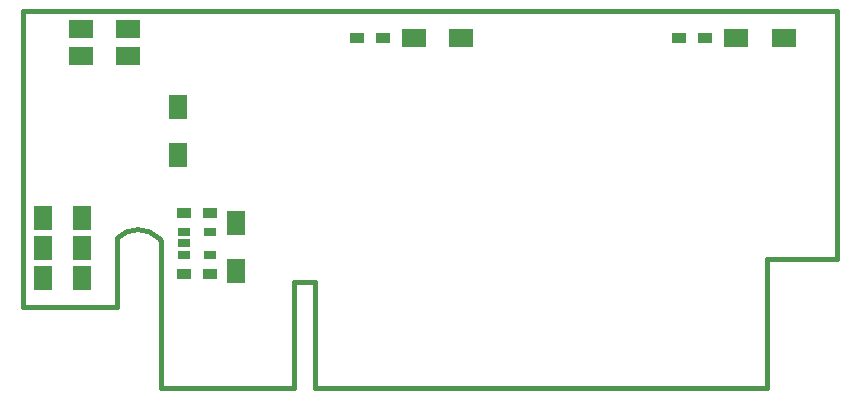
<source format=gtp>
G04 #@! TF.FileFunction,Paste,Top*
%FSLAX46Y46*%
G04 Gerber Fmt 4.6, Leading zero omitted, Abs format (unit mm)*
G04 Created by KiCad (PCBNEW 4.0.2+e4-6225~38~ubuntu14.04.1-stable) date Mon Aug  1 22:56:21 2016*
%MOMM*%
G01*
G04 APERTURE LIST*
%ADD10C,0.350000*%
%ADD11C,0.381000*%
%ADD12R,1.600000X2.000000*%
%ADD13R,1.200000X0.900000*%
%ADD14R,2.000000X1.600000*%
%ADD15R,1.060000X0.650000*%
%ADD16R,1.524000X2.032000*%
G04 APERTURE END LIST*
D10*
D11*
X20376000Y-9732000D02*
X18626000Y-9732000D01*
X18626000Y-9732000D02*
X18626000Y-18732000D01*
X20376000Y-18732000D02*
X20376000Y-9732000D01*
X7376000Y-6259360D02*
X7126000Y-6009360D01*
X7376000Y-6302060D02*
X7376000Y-18732000D01*
X-4374000Y13169900D02*
X-4374000Y-11832000D01*
X3601720Y-6070600D02*
X3601720Y-11832000D01*
X3548380Y-11832000D02*
X-4374000Y-11832000D01*
X58623200Y-7832000D02*
X64541400Y-7832000D01*
X64538860Y13169900D02*
X-4374000Y13169900D01*
X64541400Y-7823200D02*
X64541400Y13169900D01*
X18626000Y-18732000D02*
X7376000Y-18732000D01*
X58626000Y-18732000D02*
X20376000Y-18732000D01*
X58626000Y-7832000D02*
X58626000Y-18732000D01*
X7171515Y-6055408D02*
G75*
G03X3641240Y-6024600I-1780275J-1719192D01*
G01*
D12*
X13706313Y-8777290D03*
X13706313Y-4777290D03*
D13*
X9304313Y-9063290D03*
X11504313Y-9063290D03*
D14*
X32734000Y10922000D03*
X28734000Y10922000D03*
D13*
X9304313Y-3856290D03*
X11504313Y-3856290D03*
X23919000Y10922000D03*
X26119000Y10922000D03*
D15*
X9304313Y-5523467D03*
X9304313Y-6473467D03*
X9304313Y-7423467D03*
X11504313Y-7423467D03*
X11504313Y-5523467D03*
D14*
X60039000Y10922000D03*
X56039000Y10922000D03*
D13*
X51224000Y10922000D03*
X53424000Y10922000D03*
D16*
X635000Y-9398000D03*
X-2667000Y-9398000D03*
X635000Y-6858000D03*
X-2667000Y-6858000D03*
X635000Y-4318000D03*
X-2667000Y-4318000D03*
D12*
X8763000Y1048000D03*
X8763000Y5048000D03*
D14*
X540000Y9398000D03*
X4540000Y9398000D03*
X540000Y11684000D03*
X4540000Y11684000D03*
M02*

</source>
